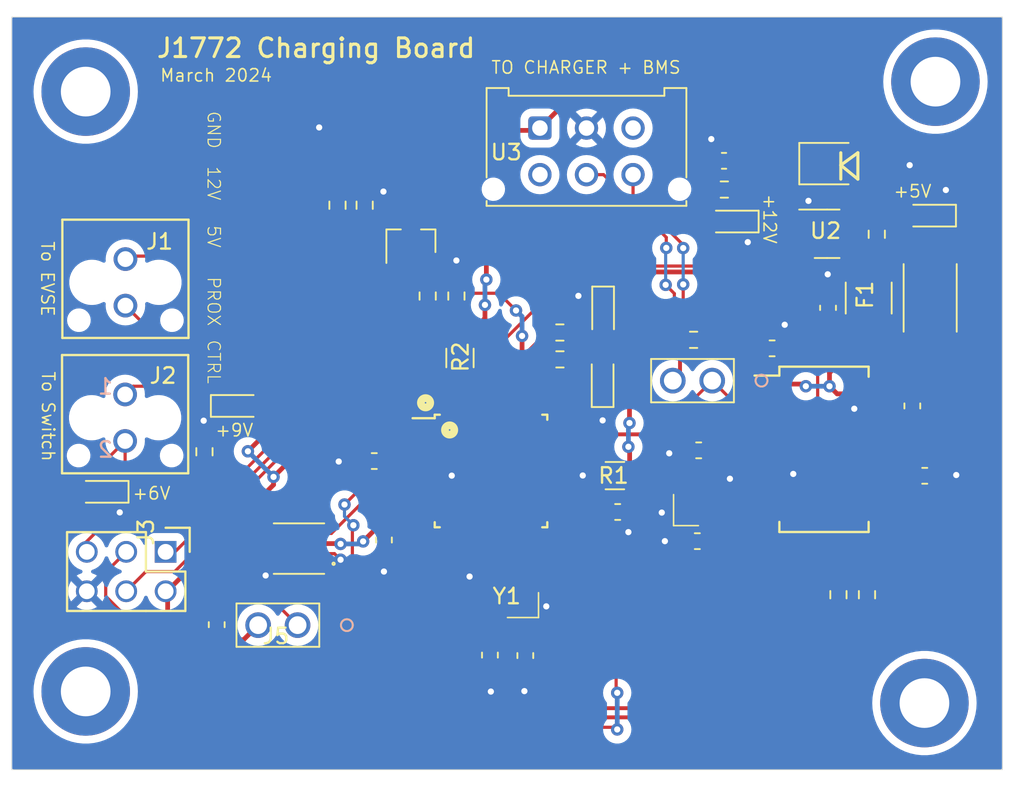
<source format=kicad_pcb>
(kicad_pcb (version 20221018) (generator pcbnew)
  (layers (0 "F.Cu" signal) (31 "B.Cu" signal) (34 "B.Paste" user) (35 "F.Paste" user) (36 "B.SilkS" user "B.Silkscreen") (37 "F.SilkS" user "F.Silkscreen") (38 "B.Mask" user) (39 "F.Mask" user) (44 "Edge.Cuts" user))
  (net 0 "")
  (net 1 "+5V")
  (net 2 "GND")
  (net 3 "Net-(U1-AVCC)")
  (net 4 "Net-(U1-(PCINT26{slash}ADC0{slash}XTAL2)PE2)")
  (net 5 "Net-(U1-(PCINT25{slash}OC0B{slash}XTAL1)PE1)")
  (net 6 "+12V")
  (net 7 "Net-(U2-VO)")
  (net 8 "Net-(D4-A)")
  (net 9 "Net-(D5-A)")
  (net 10 "Net-(D6-A)")
  (net 11 "Net-(D7-A)")
  (net 12 "Net-(F1-Pad2)")
  (net 13 "/proximity_pilot")
  (net 14 "/control_pilot")
  (net 15 "Net-(U4-OSC1)")
  (net 16 "Net-(U4-OSC2)")
  (net 17 "/MISO")
  (net 18 "/SCK")
  (net 19 "/MOSI")
  (net 20 "/RESET")
  (net 21 "Net-(J4-Pin_2)")
  (net 22 "/CAN_+")
  (net 23 "Net-(J5-Pin_2)")
  (net 24 "/CAN_-")
  (net 25 "/EVSE PWM")
  (net 26 "/MISO_CAN")
  (net 27 "/MOSI_CAN")
  (net 28 "Net-(U1-(PCINT3{slash}AMP0-)PB3)")
  (net 29 "Net-(U1-(PCINT4{slash}AMP0+)PB4)")
  (net 31 "/CAN_TX")
  (net 32 "/CAN_RX")
  (net 37 "/CHARGER_CS")
  (net 38 "/CHARGER_RESET")
  (net 40 "/CHARGER_STBY")
  (net 43 "/SCK_CAN")
  (net 49 "/CHARGER_CAN_+")
  (net 50 "/CHARGER_CAN_-")
  (net 52 "Net-(D1-A)")
  (net 53 "Net-(D2-A)")
  (net 54 "Net-(U4-SO)")
  (net 55 "Net-(U4-SI)")
  (net 62 "Net-(U4-TXD)")
  (net 63 "Net-(U4-RXD)")
  (footprint "footprints:pinheader_1x2" (layer "F.Cu") (at 164.15 73.3 180)
    (fp_text reference "J4" hide)
    (fp_text value "CONN_01x02" hide)
  )
  (footprint "footprints:C_0603_1608Metric" (layer "F.Cu") (at 177.84 79.43)
    (fp_text reference "C10" hide)
    (fp_text value "C_0.1uF" hide)
  )
  (footprint "footprints:Test_Point_SMD" (layer "F.Cu") (at 135.67 57.04)
    (fp_text reference "TP5" hide)
    (fp_text value "Test_Point_SMD" hide)
  )
  (footprint "OEM:R_0603" (layer "F.Cu") (at 154.335 70.2)
    (fp_text reference "R20" hide)
    (fp_text value "R_1K" hide)
  )
  (footprint "footprints:C_0603_1608Metric" (layer "F.Cu") (at 177.04 74.93 -90)
    (fp_text reference "C11" hide)
    (fp_text value "C_0.1uF" hide)
  )
  (footprint "OEM:R_0603" (layer "F.Cu") (at 131.44 77.88 90)
    (fp_text reference "R7" hide)
    (fp_text value "R_1.43K" hide)
  )
  (footprint "footprints:MicroFit_V_2" (layer "F.Cu") (at 126.33 74.19 180)
    (fp_text reference "J2")
    (fp_text value "MicroFit_V_2" hide)
  )
  (footprint "OEM:CHIPLED_0805" (layer "F.Cu") (at 178.1 62.67 180)
    (fp_text reference "D5" hide)
    (fp_text value "WHITE" hide)
  )
  (footprint "Resistor_SMD:R_0603_1608Metric" (layer "F.Cu") (at 174.12 87.09 90)
    (fp_text reference "R12" hide)
    (fp_text value "R_500" hide)
  )
  (footprint "OEM:C_0603" (layer "F.Cu") (at 164.91 59.14 180)
    (fp_text reference "C7" hide)
    (fp_text value "C_1uF" hide)
  )
  (footprint "footprints:MicroFit_V_2" (layer "F.Cu") (at 126.35 65.47 180)
    (fp_text reference "J1")
    (fp_text value "MicroFit_V_2" hide)
  )
  (footprint "OEM:CHIPLED_0805" (layer "F.Cu") (at 157.12 68.99 -90)
    (fp_text reference "D7" hide)
    (fp_text value "WHITE" hide)
  )
  (footprint "footprints:R_0805_OEM" (layer "F.Cu") (at 147.9 71.84 -90)
    (fp_text reference "R2")
    (fp_text value "R_10K" hide)
  )
  (footprint "footprints:Fuse_1210" (layer "F.Cu") (at 174.23 67.98 90)
    (fp_text reference "F1")
    (fp_text value "F_500mA_16V" hide)
  )
  (footprint "footprints:Test_Point_SMD" (layer "F.Cu") (at 135.8 71.4)
    (fp_text reference "TP3" hide)
    (fp_text value "TP" hide)
  )
  (footprint "Resistor_SMD:R_2512_6332Metric" (layer "F.Cu") (at 178.19 67.97 90)
    (fp_text reference "R11" hide)
    (fp_text value "R_0_2512" hide)
  )
  (footprint "footprints:DFN8_3x3MC_MCH" (layer "F.Cu") (at 137.53 84.12 180)
    (fp_text reference "U6" hide)
    (fp_text value "MCP2561-E_SN" hide)
  )
  (footprint "footprints:C_0603_1608Metric" (layer "F.Cu") (at 158.06 81.76)
    (fp_text reference "C2" hide)
    (fp_text value "C_100pF" hide)
  )
  (footprint "footprints:Pin_Header_Straight_2x03" (layer "F.Cu") (at 128.94 84.328 -90)
    (fp_text reference "J3")
    (fp_text value "CONN_02x03" hide)
  )
  (footprint "footprints:C_0603_1608Metric" (layer "F.Cu") (at 163.2775 77.79 180)
    (fp_text reference "C13" hide)
    (fp_text value "C_30pF" hide)
  )
  (footprint "OEM:C_0603" (layer "F.Cu") (at 171.61 68.61 90)
    (fp_text reference "C8" hide)
    (fp_text value "C_1uF" hide)
  )
  (footprint "footprints:C_0603_1608Metric" (layer "F.Cu") (at 142.38 78.48 180)
    (fp_text reference "C1" hide)
    (fp_text value "C_0.1uF" hide)
  )
  (footprint "Resistor_SMD:R_0603_1608Metric" (layer "F.Cu") (at 172.28 87.09 90)
    (fp_text reference "R13" hide)
    (fp_text value "R_500" hide)
  )
  (footprint "OEM:R_0603" (layer "F.Cu") (at 140.01 62 -90)
    (fp_text reference "R5" hide)
    (fp_text value "R_330" hide)
  )
  (footprint "footprints:R_0603_1608Metric" (layer "F.Cu") (at 132.23 89.02 90)
    (fp_text reference "R3" hide)
    (fp_text value "R_120" hide)
  )
  (footprint "footprints:Crystal_SMD_FA238" (layer "F.Cu") (at 163.26 80.64 90)
    (fp_text reference "Y2" hide)
    (fp_text value "~" hide)
  )
  (footprint "MountingHole:MountingHole_3.2mm_M3_ISO7380_Pad" (layer "F.Cu") (at 123.79 93.32)
    (fp_text reference "REF**" hide)
    (fp_text value "MountingHole_3.2mm_M3_ISO7380_Pad" hide)
  )
  (footprint "Package_SO:SSOP-28_5.3x10.2mm_P0.65mm" (layer "F.Cu") (at 171.35 77.725)
    (fp_text reference "U4" hide)
    (fp_text value "~")
  )
  (footprint "OEM:CHIPLED_0805" (layer "F.Cu") (at 157.09 73.25 90)
    (fp_text reference "D6" hide)
    (fp_text value "WHITE" hide)
  )
  (footprint "footprints:pinheader_1x2" (layer "F.Cu") (at 137.44 89.05 180)
    (fp_text reference "J5")
    (fp_text value "CONN_01x02" hide)
  )
  (footprint "OEM:CHIPLED_0805" (layer "F.Cu") (at 165.39 63.05 180)
    (fp_text reference "D4" hide)
    (fp_text value "WHITE" hide)
  )
  (footprint "footprints:Test_Point_SMD" (layer "F.Cu") (at 135.88 67.83)
    (fp_text reference "TP2" hide)
    (fp_text value "TP" hide)
  )
  (footprint "footprints:MicroFit_VT_6" (layer "F.Cu") (at 153.05 57.03)
    (fp_text reference "U3")
    (fp_text value "MicroFit_VT_6" hide)
  )
  (footprint "OEM:CHIPLED_0805" (layer "F.Cu") (at 133.604 74.93)
    (fp_text reference "D1" hide)
    (fp_text value "WHITE" hide)
  )
  (footprint "OEM:SOT-23-5" (layer "F.Cu") (at 171.55 63.84)
    (fp_text reference "U2")
    (fp_text value "TLV70450DBVR" hide)
  )
  (footprint "OEM:R_0603" (layer "F.Cu") (at 174.75 63.87 90)
    (fp_text reference "R10" hide)
    (fp_text value "1KR" hide)
  )
  (footprint "OEM:R_0603" (layer "F.Cu") (at 141.76 62 90)
    (fp_text reference "R6" hide)
    (fp_text value "R_2.2K" hide)
  )
  (footprint "footprints:Test_Point_SMD" (layer "F.Cu") (at 135.87 64.16)
    (fp_text reference "TP4" hide)
    (fp_text value "TP" hide)
  )
  (footprint "footprints:TQFP-32_7x7mm_Pitch0.8mm" (layer "F.Cu") (at 149.9 79.12)
    (fp_text reference "U1" hide)
    (fp_text value "ATMEGA16M1" hide)
  )
  (footprint "footprints:Crystal_SMD_FA238" (layer "F.Cu") (at 150.96 86.96 180)
    (fp_text reference "Y1")
    (fp_text value "Crystal_SMD" hide)
  )
  (footprint "Resistor_SMD:R_0603_1608Metric" (layer "F.Cu") (at 162.95 70.67)
    (fp_text reference "R14" hide)
    (fp_text value "R_120" hide)
  )
  (footprint "footprints:C_0603_1608Metric" (layer "F.Cu") (at 149.83 90.98 -90)
    (fp_text reference "C4" hide)
    (fp_text value "C_30pF" hide)
  )
  (footprint "MountingHole:MountingHole_3.2mm_M3_ISO7380_Pad" (layer "F.Cu") (at 177.82 94.07)
    (fp_text reference "REF**" hide)
    (fp_text value "MountingHole_3.2mm_M3_ISO7380_Pad" hide)
  )
  (footprint "OEM:CHIPLED_0805" (layer "F.Cu") (at 124.8 80.46 180)
    (fp_text reference "D2" hide)
    (fp_text value "WHITE" hide)
  )
  (footprint "OEM:R_0603" (layer "F.Cu") (at 164.93 60.99 180)
    (fp_text reference "R4" hide)
    (fp_text value "R_1K" hide)
  )
  (footprint "MountingHole:MountingHole_3.2mm_M3_ISO7380_Pad" (layer "F.Cu") (at 178.53 54.04)
    (fp_text reference "REF**" hide)
    (fp_text value "MountingHole_3.2mm_M3_ISO7380_Pad" hide)
  )
  (footprint "footprints:C_0603_1608Metric" (layer "F.Cu") (at 143.002 83.566 -90)
    (fp_text reference "C5" hide)
    (fp_text value "C_0.1uF" hide)
  )
  (footprint "footprints:Test_Point_SMD" (layer "F.Cu") (at 135.76 60.61)
    (fp_text reference "TP1" hide)
    (fp_text value "TP" hide)
  )
  (footprint "footprints:C_0603_1608Metric" (layer "F.Cu") (at 168.0075 71.22 180)
    (fp_text reference "C9" hide)
    (fp_text value "C_0.1uF" hide)
  )
  (footprint "footprints:C_0603_1608Metric" (layer "F.Cu") (at 152.11 91.01 -90)
    (fp_text reference "C3" hide)
    (fp_text value "C_30pF" hide)
  )
  (footprint "OEM:R_0603" (layer "F.Cu") (at 145.82 67.85 -90)
    (fp_text reference "R8" hide)
    (fp_text value "R_1.91K" hide)
  )
  (footprint "footprints:C_0603_1608Metric" (layer "F.Cu") (at 163.19 83.64)
    (fp_text reference "C12" hide)
    (fp_text value "C_30pF" hide)
  )
  (footprint "footprints:R_0805_OEM" (layer "F.Cu") (at 157.88 79.42 180)
    (fp_text reference "R1")
    (fp_text value "R_100" hide)
  )
  (footprint "OEM:SOT-23F" (layer "F.Cu") (at 144.74 64.32 90)
    (fp_text reference "Q1" hide)
    (fp_text value "SSM3K333R" hide)
  )
  (footprint "OEM:R_0603" (layer "F.Cu") (at 147.67 67.85 90)
    (fp_text reference "R9" hide)
    (fp_text value "R_1K" hide)
  )
  (footprint "MountingHole:MountingHole_3.2mm_M3_ISO7380_Pad" (layer "F.Cu") (at 123.79 54.68)
    (fp_text reference "REF**" hide)
    (fp_text value "MountingHole_3.2mm_M3_ISO7380_Pad" hide)
  )
  (footprint "footprints:DO-214AA" (layer "F.Cu") (at 172.932 59.32)
    (fp_text reference "D3" hide)
    (fp_text value "SMBJ5355B-TP" hide)
  )
  (footprint "OEM:R_0603" (layer "F.Cu") (at 154.34 71.93)
    (fp_text reference "R19" hide)
    (fp_text value "R_1K" hide)
  )
  (gr_rect (start 119.03 49.88) (end 182.84 98.36) (stroke (width 0.05)) (fill none) (layer "Edge.Cuts"))
  (gr_text "12V\n" (at 131.572 59.436 270) (layer "F.SilkS") (effects (font (size 0.8 0.8) (thickness 0.075)) (justify left bottom)))
  (gr_text "+6V" (at 126.746 81.026) (layer "F.SilkS") (effects (font (size 0.8 0.8) (thickness 0.1)) (justify left bottom)))
  (gr_text "CTRL " (at 131.572 70.612 270) (layer "F.SilkS") (effects (font (size 0.8 0.8) (thickness 0.07)) (justify left bottom)))
  (gr_text "To Switch" (at 120.904 72.644 270) (layer "F.SilkS") (effects (font (size 0.8 0.8) (thickness 0.1)) (justify left bottom)))
  (gr_text "+12V" (at 167.386 61.214 270) (layer "F.SilkS") (effects (font (size 0.8 0.8) (thickness 0.1)) (justify left bottom)))
  (gr_text "5V\n" (at 131.572 63.246 270) (layer "F.SilkS") (effects (font (size 0.8 0.8) (thickness 0.075)) (justify left bottom)))
  (gr_text "+5V" (at 175.768 61.57) (layer "F.SilkS") (effects (font (size 0.8 0.8) (thickness 0.1)) (justify left bottom)))
  (gr_text "GND" (at 131.572 55.88 270) (layer "F.SilkS") (effects (font (size 0.8 0.8) (thickness 0.075)) (justify left bottom)))
  (gr_text "PROX" (at 131.572 66.548 270) (layer "F.SilkS") (effects (font (size 0.8 0.8) (thickness 0.075)) (justify left bottom)))
  (gr_text "+9V" (at 132.08 76.962) (layer "F.SilkS") (effects (font (size 0.8 0.8) (thickness 0.1)) (justify left bottom)))
  (gr_text "J1772 Charging Board\n" (at 128.27 52.578) (layer "F.SilkS") (effects (font (size 1.2 1.2) (thickness 0.2) bold) (justify left bottom)))
  (gr_text "March 2024" (at 128.524 54.102) (layer "F.SilkS") (effects (font (size 0.8 0.8) (thickness 0.1)) (justify left bottom)))
  (gr_text "TO CHARGER + BMS" (at 149.86 53.594) (layer "F.SilkS") (effects (font (size 0.8 0.8) (thickness 0.1)) (justify left bottom)))
  (gr_text "To EVSE" (at 120.86 64.262 270) (layer "F.SilkS") (effects (font (size 0.8 0.8) (thickness 0.1)) (justify left bottom)))
  (segment (start 171.704 72.800592) (end 173.572092 70.9325) (width 0.3048) (layer "F.Cu") (net 1))
  (segment (start 167.26 68.66) (end 164.9 66.3) (width 0.3048) (layer "F.Cu") (net 1))
  (segment (start 141.661251 83.657125) (end 142.539876 82.7785) (width 0.3048) (layer "F.Cu") (net 1))
  (segment (start 139.15 91.4) (end 144.018 86.532) (width 0.3048) (layer "F.Cu") (net 1))
  (segment (start 173.12 74.15) (end 172.2 75.07) (width 0.3048) (layer "F.Cu") (net 1))
  (segment (start 135.87 64.16) (end 136.92 63.11) (width 0.3048) (layer "F.Cu") (net 1))
  (segment (start 149.6 66.79) (end 149.6 64.97) (width 0.3048) (layer "F.Cu") (net 1))
  (segment (start 138.9016 83.794999) (end 140.182999 83.794999) (width 0.3048) (layer "F.Cu") (net 1))
  (segment (start 138.46 74.95) (end 142.53 70.88) (width 0.3048) (layer "F.Cu") (net 1))
  (segment (start 173.8 79.35) (end 174.95 79.35) (width 0.3048) (layer "F.Cu") (net 1))
  (segment (start 174.95 79.35) (end 176.9725 79.35) (width 0.3048) (layer "F.Cu") (net 1))
  (segment (start 129.032 86.868) (end 128.94 86.868) (width 0.3048) (layer "F.Cu") (net 1))
  (segment (start 172.194 74.15) (end 174.95 74.15) (width 0.3048) (layer "F.Cu") (net 1))
  (segment (start 167.275 73.055) (end 167.275 70.95) (width 0.3048) (layer "F.Cu") (net 1))
  (segment (start 164.9 66.3) (end 159.25 66.3) (width 0.3048) (layer "F.Cu") (net 1))
  (segment (start 136.92 63.11) (end 138.075 63.11) (width 0.3048) (layer "F.Cu") (net 1))
  (segment (start 174.9575 74.1425) (end 174.95 74.15) (width 0.3048) (layer "F.Cu") (net 1))
  (segment (start 167.26 70.935) (end 167.26 68.66) (width 0.3048) (layer "F.Cu") (net 1))
  (segment (start 143.1675 78.48) (end 145.41 78.48) (width 0.3048) (layer "F.Cu") (net 1))
  (segment (start 149.6 64.97) (end 144.54 59.91) (width 0.3048) (layer "F.Cu") (net 1))
  (segment (start 167.74 73.52) (end 167.275 73.055) (width 0.3048) (layer "F.Cu") (net 1))
  (segment (start 137.912 77.48) (end 142.1675 77.48) (width 0.3048) (layer "F.Cu") (net 1))
  (segment (start 131.49 91.4) (end 139.15 91.4) (width 0.3048) (layer "F.Cu") (net 1))
  (segment (start 171.704 73.66) (end 172.194 74.15) (width 0.3048) (layer "F.Cu") (net 1))
  (segment (start 158.83 77.64) (end 158.75 77.56) (width 0.3048) (layer "F.Cu") (net 1))
  (segment (start 172.2 77.75) (end 173.8 79.35) (width 0.3048) (layer "F.Cu") (net 1))
  (segment (start 140.182999 83.794999) (end 140.208 83.82) (width 0.3048) (layer "F.Cu") (net 1))
  (segment (start 173.572092 70.9325) (end 178.19 70.9325) (width 0.3048) (layer "F.Cu") (net 1))
  (segment (start 135.89 79.502) (end 137.912 77.48) (width 0.3048) (layer "F.Cu") (net 1))
  (segment (start 174.95 74.15) (end 173.12 74.15) (width 0.3048) (layer "F.Cu") (net 1))
  (segment (start 144.018 86.532) (end 144.018 83.7945) (width 0.3048) (layer "F.Cu") (net 1))
  (segment (start 138.075 63.11) (end 140.01 61.175) (width 0.3048) (layer "F.Cu") (net 1))
  (segment (start 144.54 59.91) (end 140.56 59.91) (width 0.3048) (layer "F.Cu") (net 1))
  (segment (start 158.82 66.73) (end 158.82 76.03) (width 0.3048) (layer "F.Cu") (net 1))
  (segment (start 170.18 73.66) (end 170.04 73.52) (width 0.3048) (layer "F.Cu") (net 1))
  (segment (start 147.89 70.88) (end 147.9 70.89) (width 0.3048) (layer "F.Cu") (net 1))
  (segment (start 142.539876 82.7785) (end 143.002 82.7785) (width 0.3048) (layer "F.Cu") (net 1))
  (segment (start 171.704 73.66) (end 171.704 72.800592) (width 0.3048) (layer "F.Cu") (net 1))
  (segment (start 176.9725 79.35) (end 177.0525 79.43) (width 0.3048) (layer "F.Cu") (net 1))
  (segment (start 140.56 59.91) (end 140.01 60.46) (width 0.3048) (layer "F.Cu") (net 1))
  (segment (start 144.018 83.7945) (end 143.002 82.7785) (width 0.3048) (layer "F.Cu") (net 1))
  (segment (start 167.275 70.95) (end 167.26 70.935) (width 0.3048) (layer "F.Cu") (net 1))
  (segment (start 134.239 77.851) (end 137.14 74.95) (width 0.3048) (layer "F.Cu") (net 1))
  (segment (start 137.14 74.95) (end 138.46 74.95) (width 0.3048) (layer "F.Cu") (net 1))
  (segment (start 142.53 70.88) (end 147.89 70.88) (width 0.3048) (layer "F.Cu") (net 1))
  (segment (start 149.51 69.28) (end 147.9 70.89) (width 0.3048) (layer "F.Cu") (net 1))
  (segment (start 135.89 79.502) (end 135.89 80.01) (width 0.3048) (layer "F.Cu") (net 1))
  (segment (start 129.07 88.98) (end 131.49 91.4) (width 0.3048) (layer "F.Cu") (net 1))
  (segment (start 128.94 86.868) (end 129.07 86.998) (width 0.3048) (layer "F.Cu") (net 1))
  (segment (start 140.01 60.46) (end 140.01 61.175) (width 0.3048) (layer "F.Cu") (net 1))
  (segment (start 158.83 79.42) (end 158.83 77.64) (width 0.3048) (layer "F.Cu") (net 1))
  (segment (start 177.04 74.1425) (end 174.9575 74.1425) (width 0.3048) (layer "F.Cu") (net 1))
  (segment (start 145.41 78.48) (end 145.65 78.72) (width 0.3048) (layer "F.Cu") (net 1))
  (segment (start 170.04 73.52) (end 167.74 73.52) (width 0.3048) (layer "F.Cu") (net 1))
  (segment (start 129.07 86.998) (end 129.07 88.98) (width 0.3048) (layer "F.Cu") (net 1))
  (segment (start 135.89 80.01) (end 129.032 86.868) (width 0.3048) (layer "F.Cu") (net 1))
  (segment (start 149.51 68.42) (end 149.51 69.28) (width 0.3048) (layer "F.Cu") (net 1))
  (segment (start 172.2 75.07) (end 172.2 77.75) (width 0.3048) (layer "F.Cu") (net 1))
  (segment (start 142.1675 77.48) (end 143.1675 78.48) (width 0.3048) (layer "F.Cu") (net 1))
  (segment (start 159.25 66.3) (end 158.82 66.73) (width 0.3048) (layer "F.Cu") (net 1))
  (via (at 140.208 83.82) (size 0.8) (drill 0.4) (layers "F.Cu" "B.Cu") (net 1))
  (via (at 149.6 66.79) (size 0.8) (drill 0.4) (layers "F.Cu" "B.Cu") (net 1))
  (via (at 134.239 77.851) (size 0.8) (drill 0.4) (layers "F.Cu" "B.Cu") (net 1))
  (via (at 171.704 73.66) (size 0.8) (drill 0.4) (layers "F.Cu" "B.Cu") (net 1))
  (via (at 158.82 76.03) (size 0.8) (drill 0.4) (layers "F.Cu" "B.Cu") (net 1))
  (via (at 170.18 73.66) (size 0.8) (drill 0.4) (layers "F.Cu" "B.Cu") (net 1))
  (via (at 135.89 79.502) (size 0.8) (drill 0.4) (layers "F.Cu" "B.Cu") (net 1))
  (via (at 141.661251 83.657125) (size 0.8) (drill 0.4) (layers "F.Cu" "B.Cu") (net 1))
  (via (at 158.75 77.56) (size 0.8) (drill 0.4) (layers "F.Cu" "B.Cu") (net 1))
  (via (at 149.51 68.42) (size 0.8) (drill 0.4) (layers "F.Cu" "B.Cu") (net 1))
  (segment (start 141.498376 83.82) (end 141.661251 83.657125) (width 0.3048) (layer "B.Cu") (net 1))
  (segment (start 171.704 73.66) (end 170.18 73.66) (width 0.3048) (layer "B.Cu") (net 1))
  (segment (start 149.51 66.88) (end 149.51 68.42) (width 0.3048) (layer "B.Cu") (net 1))
  (segment (start 140.208 83.82) (end 141.498376 83.82) (width 0.3048) (layer "B.Cu") (net 1))
  (segment (start 158.75 77.56) (end 158.75 76.1) (width 0.3048) (layer "B.Cu") (net 1))
  (segment (start 134.239 77.851) (end 135.89 79.502) (width 0.3048) (layer "B.Cu") (net 1))
  (segment (start 158.75 76.1) (end 158.82 76.03) (width 0.3048) (layer "B.Cu") (net 1))
  (segment (start 149.6 66.79) (end 149.51 66.88) (width 0.3048) (layer "B.Cu") (net 1))
  (segment (start 125.984 81.788) (end 125.984 80.594) (width 0.2032) (layer "F.Cu") (net 2))
  (segment (start 132.34 74.93) (end 131.39 75.88) (width 0.2032) (layer "F.Cu") (net 2))
  (segment (start 164.135 58.7845) (end 164.135 59.14) (width 0.3048) (layer "F.Cu") (net 2))
  (segment (start 165.29 79.62) (end 164.14 79.62) (width 0.2032) (layer "F.Cu") (net 2))
  (segment (start 174.964 59.32) (end 176.77 59.32) (width 0.2032) (layer "F.Cu") (net 2))
  (segment (start 142.97 61.12) (end 141.815 61.12) (width 0.3048) (layer "F.Cu") (net 2))
  (segment (start 135.401399 85.852) (end 136.1584 85.094999) (width 0.2032) (layer "F.Cu") (net 2))
  (segment (start 149.89 92.04) (end 149.83 91.98) (width 0.3048) (layer "F.Cu") (net 2))
  (segment (start 170.35 61.72) (end 170.35 62.8275) (width 0.3048) (layer "F.Cu") (net 2))
  (segment (start 162.4025 83.64) (end 161.1 83.64) (width 0.2032) (layer "F.Cu") (net 2))
  (segment (start 179.2 61.02) (end 179.2 62.62) (width 0.2032) (layer "F.Cu") (net 2))
  (segment (start 170.35 62.8275) (end 170.4125 62.89) (width 0.3048) (layer "F.Cu") (net 2))
  (segment (start 168.82 69.7) (end 168.825 69.705) (width 0.3048) (layer "F.Cu") (net 2))
  (segment (start 155.81 79.41) (end 154.26 79.41) (width 0.3048) (layer "F.Cu") (net 2))
  (segment (start 152.14 87.84) (end 152.06 87.76) (width 0.2032) (layer "F.Cu") (net 2))
  (segment (start 176.1225 74.8) (end 174.95 74.8) (width 0.2032) (layer "F.Cu") (net 2))
  (segment (start 147.37 79.42) (end 145.75 79.42) (width 0.3048) (layer "F.Cu") (net 2))
  (segment (start 160.9 81.8) (end 162.48 81.8) (width 0.3048) (layer "F.Cu") (net 2))
  (segment (start 161.38 77.98) (end 162.2 77.98) (width 0.3048) (layer "F.Cu") (net 2))
  (segment (start 138.83 56.99) (end 138.78 57.04) (width 0.2032) (layer "F.Cu") (net 2))
  (segment (start 174.95 74.8) (end 173.61 74.8) (width 0.2032) (layer "F.Cu") (net 2))
  (segment (start 167.79 79.31) (end 167.75 79.35) (width 0.2032) (layer "F.Cu") (net 2))
  (segment (start 141.815 61.12) (end 141.76 61.175) (width 0.3048) (layer "F.Cu") (net 2))
  (segment (start 154.26 79.41) (end 154.15 79.52) (width 0.3048) (layer "F.Cu") (net 2))
  (segment (start 125.984 80.594) (end 125.85 80.46) (width 0.2032) (layer "F.Cu") (net 2))
  (segment (start 158.75 83.058) (end 158.75 81.8575) (width 0.2032) (layer "F.Cu") (net 2))
  (segment (start 164.14 79.62) (end 164.06 79.54) (width 0.2032) (layer "F.Cu") (net 2))
  (segment (start 171.59 67.815) (end 171.61 67.835) (width 0.2032) (layer "F.Cu") (net 2))
  (segment (start 131.39 75.88) (end 131.44 75.93) (width 0.2032) (layer "F.Cu") (net 2))
  (segment (start 168.825 69.705) (end 168.825 70.95) (width 0.3048) (layer "F.Cu") (net 2))
  (segment (start 177.04 75.7175) (end 176.1225 74.8) (width 0.2032) (layer "F.Cu") (net 2))
  (segment (start 152.05 92.07) (end 152.11 92.01) (width 0.2032) (layer "F.Cu") (net 2))
  (segment (start 169.37 79.31) (end 167.79 79.31) (width 0.2032) (layer "F.Cu") (net 2))
  (segment (start 164.09 57.74) (end 164.09 58.7395) (width 0.3048) (layer "F.Cu") (net 2))
  (segment (start 152.05 93.3) (end 152.05 92.07) (width 0.2032) (layer "F.Cu") (net 2))
  (segment (start 162.48 81.8) (end 162.49 81.81) (width 0.3048) (layer "F.Cu") (net 2))
  (segment (start 140.208 84.836) (end 139.817001 84.445001) (width 0.2032) (layer "F.Cu") (net 2))
  (segment (start 149.89 93.33) (end 149.89 92.04) (width 0.3048) (layer "F.Cu") (net 2))
  (segment (start 145.75 79.42) (end 145.65 79.52) (width 0.3048) (layer "F.Cu") (net 2))
  (segment (start 149.41 85.92) (end 149.65 86.16) (width 0.3048) (layer "F.Cu") (net 2))
  (segment (start 147.67 65.56) (end 147.67 67.025) (width 0.2032) (layer "F.Cu") (net 2))
  (segment (start 135.382 85.852) (end 135.401399 85.852) (width 0.2032) (layer "F.Cu") (net 2))
  (segment (start 132.554 74.93) (end 132.34 74.93) (width 0.2032) (layer "F.Cu") (net 2))
  (segment (start 171.59 66.45) (end 171.59 67.815) (width 0.2032) (layer "F.Cu") (net 2))
  (segment (start 141.35 78.51) (end 141.38 78.48) (width 0.3048) (layer "F.Cu") (net 2))
  (segment (start 173.61 74.8) (end 173.3 75.11) (width 0.2032) (layer "F.Cu") (net 2))
  (segment (start 176.77 59.32) (end 176.87 59.42) (width 0.2032) (layer "F.Cu") (net 2))
  (segment (start 143.002 85.598) (end 143.002 84.3535) (width 0.3048) (layer "F.Cu") (net 2))
  (segment (start 166.44 64.38) (end 166.44 63.05) (width 0.2032) (layer "F.Cu") (net 2))
  (segment (start 162.2 77.98) (end 162.54 77.64) (width 0.3048) (layer "F.Cu") (net 2))
  (segment (start 158.75 81.8575) (end 158.8475 81.76) (width 0.2032) (layer "F.Cu") (net 2))
  (segment (start 131.44 75.93) (end 131.44 77.055) (width 0.2032) (layer "F.Cu") (net 2))
  (segment (start 157.02 67.84) (end 157.12 67.94) (width 0.3048) (layer "F.Cu") (net 2))
  (segment (start 179.87 79.38) (end 178.715 79.38) (width 0.3048) (layer "F.Cu") (net 2))
  (segment (start 138.78 57.04) (end 135.67 57.04) (width 0.2032) (layer "F.Cu") (net 2))
  (segment (start 139.817001 84.445001) (end 138.9016 84.445001) (width 0.2032) (layer "F.Cu") (net 2))
  (segment (start 148.52 85.92) (end 149.41 85.92) (width 0.3048) (layer "F.Cu") (net 2))
  (segment (start 157.09 75.86) (end 157.09 74.3) (width 0.3048) (layer "F.Cu") (net 2))
  (segment (start 153.46 87.84) (end 152.14 87.84) (width 0.2032) (layer "F.Cu") (net 2))
  (segment (start 155.53 67.84) (end 157.02 67.84) (width 0.3048) (layer "F.Cu") (net 2))
  (segment (start 149.65 86.16) (end 149.86 86.16) (width 0.3048) (layer "F.Cu") (net 2))
  (segment (start 140.09 78.51) (end 141.35 78.51) (width 0.3048) (layer "F.Cu") (net 2))
  (segment (start 179.2 62.62) (end 179.15 62.67) (width 0.2032) (layer "F.Cu") (net 2))
  (segment (start 164.09 58.7395) (end 164.135 58.7845) (width 0.3048) (layer "F.Cu") (net 2))
  (via (at 135.382 85.852) (size 0.8) (drill 0.4) (layers "F.Cu" "B.Cu") (net 2))
  (via (at 179.2 61.02) (size 0.8) (drill 0.4) (layers "F.Cu" "B.Cu") (net 2))
  (via (at 148.52 85.92) (size 0.8) (drill 0.4) (layers "F.Cu" "B.Cu") (net 2))
  (via (at 147.67 65.56) (size 0.8) (drill 0.4) (layers "F.Cu" "B.Cu") (net 2))
  (via (at 140.208 84.836) (size 0.8) (drill 0.4) (layers "F.Cu" "B.Cu") (net 2))
  (via (at 142.97 61.12) (size 0.8) (drill 0.4) (layers "F.Cu" "B.Cu") (net 2))
  (via (at 155.81 79.41) (size 0.8) (drill 0.4) (layers "F.Cu" "B.Cu") (net 2))
  (via (at 153.46 87.84) (size 0.8) (drill 0.4) (layers "F.Cu" "B.Cu") (net 2))
  (via (at 164.09 57.74) (size 0.8) (drill 0.4) (layers "F.Cu" "B.Cu") (net 2))
  (via (at 169.37 79.31) (size 0.8) (drill 0.4) (layers "F.Cu" "B.Cu") (net 2))
  (via (at 179.87 79.38) (size 0.8) (drill 0.4) (layers "F.Cu" "B.Cu") (net 2))
  (via (at 160.9 81.8) (size 0.8) (drill 0.4) (layers "F.Cu" "B.Cu") (net 2))
  (via (at 158.75 83.058) (size 0.8) (drill 0.4) (layers "F.Cu" "B.Cu") (net 2))
  (via (at 165.29 79.62) (size 0.8) (drill 0.4) (layers "F.Cu" "B.Cu") (net 2))
  (via (at 173.3 75.11) (size 0.8) (drill 0.4) (layers "F.Cu" "B.Cu") (net 2))
  (via (at 157.09 75.86) (size 0.8) (drill 0.4) (layers "F.Cu" "B.Cu") (net 2))
  (via (at 143.002 85.598) (size 0.8) (drill 0.4) (layers "F.Cu" "B.Cu") (net 2))
  (via (at 171.59 66.45) (size 0.8) (drill 0.4) (layers "F.Cu" "B.Cu") (net 2))
  (via (at 138.83 56.99) (size 0.8) (drill 0.4) (layers "F.Cu" "B.Cu") (net 2))
  (via (at 125.984 81.788) (size 0.8) (drill 0.4) (layers "F.Cu" "B.Cu") (net 2))
  (via (at 161.1 83.64) (size 0.8) (drill 0.4) (layers "F.Cu" "B.Cu") (net 2))
  (via (at 168.82 69.7) (size 0.8) (drill 0.4) (layers "F.Cu" "B.Cu") (net 2))
  (via (at 170.35 61.72) (size 0.8) (drill 0.4) (layers "F.Cu" "B.Cu") (net 2))
  (via (at 147.37 79.42) (size 0.8) (drill 0.4) (layers "F.Cu" "B.Cu") (net 2))
  (via (at 140.09 78.51) (size 0.8) (drill 0.4) (layers "F.Cu" "B.Cu") (net 2))
  (via (at 152.05 93.3) (size 0.8) (drill 0.4) (layers "F.Cu" "B.Cu") (net 2))
  (via (at 166.44 64.38) (size 0.8) (drill 0.4) (layers "F.Cu" "B.Cu") (net 2))
  (via (at 131.39 75.88) (size 0.8) (drill 0.4) (layers "F.Cu" "B.Cu") (net 2))
  (via (at 176.87 59.42) (size 0.8) (drill 0.4) (layers "F.Cu" "B.Cu") (net 2))
  (via (at 155.53 67.84) (size 0.8) (drill 0.4) (layers "F.Cu" "B.Cu") (net 2))
  (via (at 161.38 77.98) (size 0.8) (drill 0.4) (layers "F.Cu" "B.Cu") (net 2))
  (via (at 149.89 93.33) (size 0.8) (drill 0.4) (layers "F.Cu" "B.Cu") (net 2))
  (segment (start 157.06 81.76) (end 157.06 79.55) (width 0.25) (layer "F.Cu") (net 3))
  (segment (start 157.06 79.55) (end 156.93 79.42) (width 0.25) (layer "F.Cu") (net 3))
  (segment (start 156.93 79.42) (end 156.03 80.32) (width 0.25) (layer "F.Cu") (net 3))
  (segment (start 156.03 80.32) (end 154.15 80.32) (width 0.25) (layer "F.Cu") (net 3))
  (segment (start 153.51 90.01) (end 152.11 90.01) (width 0.2032) (layer "F.Cu") (net 4))
  (segment (start 148.7 83.37) (end 148.7 84.21) (width 0.2032) (layer "F.Cu") (net 4))
  (segment (start 154.64 88.88) (end 153.51 90.01) (width 0.2032) (layer "F.Cu") (net 4))
  (segment (start 149.68 85.19) (end 151.09 85.19) (width 0.2032) (layer "F.Cu") (net 4))
  (segment (start 152.06 86.16) (end 153.46 86.16) (width 0.2032) (layer "F.Cu") (net 4))
  (segment (start 153.46 86.16) (end 154.64 87.34) (width 0.2032) (layer "F.Cu") (net 4))
  (segment (start 151.09 85.19) (end 152.06 86.16) (width 0.2032) (layer "F.Cu") (net 4))
  (segment (start 148.7 84.21) (end 149.68 85.19) (width 0.2032) (layer "F.Cu") (net 4))
  (segment (start 154.64 87.34) (end 154.64 88.88) (width 0.2032) (layer "F.Cu") (net 4))
  (segment (start 149.86 87.76) (end 149.86 89.95) (width 0.3048) (layer "F.Cu") (net 5))
  (segment (start 147.82 88.4) (end 149.4 89.98) (width 0.25) (layer "F.Cu") (net 5))
  (segment (start 147.82 83.45) (end 147.82 88.4) (width 0.25) (layer "F.Cu") (net 5))
  (segment (start 149.86 89.95) (end 149.83 89.98) (width 0.3048) (layer "F.Cu") (net 5))
  (segment (start 149.4 89.98) (end 149.83 89.98) (width 0.25) (layer "F.Cu") (net 5))
  (segment (start 147.9 83.37) (end 147.82 83.45) (width 0.25) (layer "F.Cu") (net 5))
  (segment (start 141.33 57.18) (end 137.9 60.61) (width 0.3048) (layer "F.Cu") (net 6))
  (segment (start 165.685 60.92) (end 165.755 60.99) (width 0.3048) (layer "F.Cu") (net 6))
  (segment (start 165.755 60.99) (end 165.755 59.21) (width 0.3048) (layer "F.Cu") (net 6))
  (segment (start 154.73 55.35) (end 153.05 57.03) (width 0.3048) (layer "F.Cu") (net 6))
  (segment (start 165.755 59.21) (end 165.685 59.14) (width 0.3048) (layer "F.Cu") (net 6))
  (segment (start 137.9 60.61) (end 135.76 60.61) (width 0.3048) (layer "F.Cu") (net 6))
  (segment (start 153.05 57.03) (end 152.9 57.18) (width 0.3048) (layer "F.Cu") (net 6))
  (segment (start 165.685 59.14) (end 165.685 56.305) (width 0.3048) (layer "F.Cu") (net 6))
  (segment (start 164.73 55.35) (end 154.73 55.35) (width 0.3048) (layer "F.Cu") (net 6))
  (segment (start 168.98 63.44) (end 168.98 61.24) (width 0.3048) (layer "F.Cu") (net 6))
  (segment (start 169.38 63.84) (end 168.98 63.44) (width 0.3048) (layer "F.Cu") (net 6))
  (segment (start 152.9 57.18) (end 141.33 57.18) (width 0.3048) (layer "F.Cu") (net 6))
  (segment (start 170.72 59.14) (end 170.9 59.32) (width 0.3048) (layer "F.Cu") (net 6))
  (segment (start 165.685 59.14) (end 170.72 59.14) (width 0.3048) (layer "F.Cu") (net 6))
  (segment (start 168.98 61.24) (end 170.9 59.32) (width 0.3048) (layer "F.Cu") (net 6))
  (segment (start 165.685 56.305) (end 164.73 55.35) (width 0.3048) (layer "F.Cu") (net 6))
  (segment (start 170.4125 63.84) (end 169.38 63.84) (width 0.3048) (layer "F.Cu") (net 6))
  (segment (start 170.4125 64.79) (end 170.18 65.0225) (width 0.2032) (layer "F.Cu") (net 7))
  (segment (start 171.725 69.27) (end 174.07 69.27) (width 0.2032) (layer "F.Cu") (net 7))
  (segment (start 170.18 65.0225) (end 170.18 68.68) (width 0.2032) (layer "F.Cu") (net 7))
  (segment (start 171.61 69.385) (end 171.725 69.27) (width 0.2032) (layer "F.Cu") (net 7))
  (segment (start 170.18 68.68) (end 170.885 69.385) (width 0.2032) (layer "F.Cu") (net 7))
  (segment (start 170.885 69.385) (end 171.61 69.385) (width 0.2032) (layer "F.Cu") (net 7))
  (segment (start 174.07 69.27) (end 174.23 69.43) (width 0.2032) (layer "F.Cu") (net 7))
  (segment (start 164.105 60.99) (end 164.105 62.815) (width 0.3048) (layer "F.Cu") (net 8))
  (segment (start 164.105 62.815) (end 164.34 63.05) (width 0.3048) (layer "F.Cu") (net 8))
  (segment (start 176.97 62.75) (end 177.05 62.67) (width 0.2032) (layer "F.Cu") (net 9))
  (segment (start 174.75 63.045) (end 175.045 62.75) (width 0.2032) (layer "F.Cu") (net 9))
  (segment (start 175.045 62.75) (end 176.97 62.75) (width 0.2032) (layer "F.Cu") (net 9))
  (segment (start 155.165 71.93) (end 156.82 71.93) (width 0.25) (layer "F.Cu") (net 10))
  (segment (start 156.82 71.93) (end 157.09 72.2) (width 0.25) (layer "F.Cu") (net 10))
  (segment (start 156.96 70.2) (end 157.12 70.04) (width 0.25) (layer "F.Cu") (net 11))
  (segment (start 155.16 70.2) (end 156.96 70.2) (width 0.25) (layer "F.Cu") (net 11))
  (segment (start 174.77 66.53) (end 174.23 66.53) (width 0.2032) (layer "F.Cu") (net 12))
  (segment (start 178.19 65.0075) (end 176.2925 65.0075) (width 0.2032) (layer "F.Cu") (net 12))
  (segment (start 176.2925 65.0075) (end 174.77 66.53) (width 0.2032) (layer "F.Cu") (net 12))
  (segment (start 174.75 66.01) (end 174.23 66.53) (width 0.2032) (layer "F.Cu") (net 12))
  (segment (start 174.75 64.695) (end 174.75 66.01) (width 0.2032) (layer "F.Cu") (net 12))
  (segment (start 126.35 65.47) (end 126.542 65.278) (width 0.2032) (layer "F.Cu") (net 13))
  (segment (start 135.88 67.83) (end 136.63 67.83) (width 0.2032) (layer "F.Cu") (net 13))
  (segment (start 134.124 67.83) (end 135.88 67.83) (width 0.2032) (layer "F.Cu") (net 13))
  (segment (start 141.705 62.88) (end 141.76 62.825) (width 0.2032) (layer "F.Cu") (net 13))
  (segment (start 130.556 66.04) (end 132.334 66.04) (width 0.2032) (layer "F.Cu") (net 13))
  (segment (start 140.065 62.88) (end 141.705 62.88) (width 0.2032) (layer "F.Cu") (net 13))
  (segment (start 132.334 66.04) (end 134.124 67.83) (width 0.2032) (layer "F.Cu") (net 13))
  (segment (start 140.01 64.45) (end 140.01 62.825) (width 0.2032) (layer "F.Cu") (net 13))
  (segment (start 126.542 65.278) (end 129.794 65.278) (width 0.2032) (layer "F.Cu") (net 13))
  (segment (start 136.63 67.83) (end 140.01 64.45) (width 0.2032) (layer "F.Cu") (net 13))
  (segment (start 140.01 62.825) (end 140.065 62.88) (width 0.2032) (layer "F.Cu") (net 13))
  (segment (start 129.794 65.278) (end 130.556 66.04) (width 0.2032) (layer "F.Cu") (net 13))
  (segment (start 144.74 64.42) (end 143.79 65.37) (width 0.2032) (layer "F.Cu") (net 14))
  (segment (start 128.2408 70.358) (end 126.35 68.4672) (width 0.2032) (layer "F.Cu") (net 14))
  (segment (start 143.79 65.37) (end 143.79 65.71) (width 0.2032) (layer "F.Cu") (net 14))
  (segment (start 134.758 70.358) (end 128.2408 70.358) (width 0.2032) (layer "F.Cu") (net 14))
  (segment (start 143.79 65.71) (end 138.89 70.61) (width 0.2032) (layer "F.Cu") (net 14))
  (segment (start 135.8 71.4) (end 134.758 70.358) (width 0.2032) (layer "F.Cu") (net 14))
  (segment (start 136.59 70.61) (end 135.8 71.4) (width 0.2032) (layer "F.Cu") (net 14))
  (segment (start 144.74 63.27) (end 144.74 64.42) (width 0.2032) (layer "F.Cu") (net 14))
  (segment (start 138.89 70.61) (end 136.59 70.61) (width 0.2032) (layer "F.Cu") (net 14))
  (segment (start 164.91 81.74) (end 164.06 81.74) (width 0.2032) (layer "F.Cu") (net 15))
  (segment (start 167.75 78.7) (end 166.668225 78.7) (width 0.2032) (layer "F.Cu") (net 15))
  (segment (start 166.13 80.52) (end 164.91 81.74) (width 0.2032) (layer "F.Cu") (net 15))
  (segment (start 166.668225 78.7) (end 166.13 79.238225) (width 0.2032) (layer "F.Cu") (net 15))
  (segment (start 163.9775 81.8225) (end 164.06 81.74) (width 0.2032) (layer "F.Cu") (net 15))
  (segment (start 166.13 79.238225) (end 166.13 80.52) (width 0.2032) (layer "F.Cu") (net 15))
  (segment (start 163.9775 83.64) (end 163.9775 81.8225) (width 0.2032) (layer "F.Cu") (net 15))
  (segment (start 164.065 77.79) (end 162.46 79.395) (width 0.2032) (layer "F.Cu") (net 16))
  (segment (start 162.46 79.395) (end 162.46 79.54) (width 0.2032) (layer "F.Cu") (net 16))
  (segment (start 164.325 78.05) (end 167.75 78.05) (width 0.2032) (layer "F.Cu") (net 16))
  (segment (start 164.065 77.79) (end 164.325 78.05) (width 0.2032) (layer "F.Cu") (net 16))
  (segment (start 128.94 84.328) (end 129.54 84.328) (width 0.2032) (layer "F.Cu") (net 17))
  (segment (start 137.548 76.32) (end 145.65 76.32) (width 0.2032) (layer "F.Cu") (net 17))
  (segment (start 129.54 84.328) (end 137.548 76.32) (width 0.2032) (layer "F.Cu") (net 17))
  (segment (start 125.08 85.648) (end 126.4 84.328) (width 0.2032) (layer "F.Cu") (net 18))
  (segment (start 149.8568 84.73) (end 149.5 84.3732) (width 0.2032) (layer "F.Cu") (net 18))
  (segment (start 125.08 87.19) (end 125.08 85.648) (width 0.2032) (layer "F.Cu") (net 18))
  (segment (start 158.03 95.77) (end 157.89 95.63) (width 0.2032) (layer "F.Cu") (net 18))
  (segment (start 158.03 93.41) (end 157.96 93.34) (width 0.2032) (layer "F.Cu") (net 18))
  (segment (start 149.5 84.3732) (end 149.5 83.37) (width 0.2032) (layer "F.Cu") (net 18))
  (segment (start 133.52 95.63) (end 125.08 87.19) (width 0.2032) (layer "F.Cu") (net 18))
  (segment (start 157.96 93.34) (end 157.96 88.02) (width 0.2032) (layer "F.Cu") (net 18))
  (segment (start 157.96 88.02) (end 154.67 84.73) (width 0.2032) (layer "F.Cu") (net 18))
  (segment (start 154.67 84.73) (end 149.8568 84.73) (width 0.2032) (layer "F.Cu") (net 18))
  (segment (start 157.89 95.63) (end 133.52 95.63) (width 0.2032) (layer "F.Cu") (net 18))
  (via (at 158.03 93.41) (size 0.8) (drill 0.4) (layers "F.Cu" "B.Cu") (net 18))
  (via (at 158.03 95.77) (size 0.8) (drill 0.4) (layers "F.Cu" "B.Cu") (net 18))
  (segment (start 158.03 93.41) (end 158.03 95.77) (width 0.3048) (layer "B.Cu") (net 18))
  (segment (start 129.5272 85.598) (end 130.302 84.8232) (width 0.2032) (layer "F.Cu") (net 19))
  (segment (start 127.67 85.598) (end 129.5272 85.598) (width 0.2032) (layer "F.Cu") (net 19))
  (segment (start 130.302 84.8232) (end 130.302 84.201025) (width 0.2032) (layer "F.Cu") (net 19))
  (segment (start 130.302 84.201025) (end 137.541025 76.962) (width 0.2032) (layer "F.Cu") (net 19))
  (segment (start 145.492 76.962) (end 145.65 77.12) (width 0.2032) (layer "F.Cu") (net 19))
  (segment (start 137.541025 76.962) (end 145.492 76.962) (width 0.2032) (layer "F.Cu") (net 19))
  (segment (start 126.4 86.868) (end 127.67 85.598) (width 0.2032) (layer "F.Cu") (net 19))
  (segment (start 123.86 84.328) (end 123.86 83.658) (width 0.2032) (layer "F.Cu") (net 20))
  (segment (start 124.968 82.55) (end 130.556 82.55) (width 0.2032) (layer "F.Cu") (net 20))
  (segment (start 137.396 75.71) (end 138.79 75.71) (width 0.2032) (layer "F.Cu") (net 20))
  (segment (start 141.71 72.79) (end 147.9 72.79) (width 0.2032) (layer "F.Cu") (net 20))
  (segment (start 138.79 75.71) (end 141.71 72.79) (width 0.2032) (layer "F.Cu") (net 20))
  (segment (start 130.556 82.55) (end 137.396 75.71) (width 0.2032) (layer "F.Cu") (net 20))
  (segment (start 147.9 72.79) (end 147.9 74.87) (width 0.3048) (layer "F.Cu") (net 20))
  (segment (start 123.86 83.658) (end 124.968 82.55) (width 0.2032) (layer "F.Cu") (net 20))
  (segment (start 162.075 72.835) (end 161.61 73.3) (width 0.25) (layer "F.Cu") (net 21))
  (segment (start 162.075 70.74) (end 162.075 72.835) (width 0.25) (layer "F.Cu") (net 21))
  (segment (start 134.62 86.23) (end 137.44 89.05) (width 0.2032) (layer "F.Cu") (net 22))
  (segment (start 135.445 84.445001) (end 134.62 85.270001) (width 0.2032) (layer "F.Cu") (net 22))
  (segment (start 134.62 85.270001) (end 134.62 86.23) (width 0.2032) (layer "F.Cu") (net 22))
  (segment (start 136.1584 84.445001) (end 135.445 84.445001) (width 0.2032) (layer "F.Cu") (net 22))
  (segment (start 132.4125 89.99) (end 132.23 89.8075) (width 0.3048) (layer "F.Cu") (net 23))
  (segment (start 134.9 89.05) (end 133.96 89.99) (width 0.3048) (layer "F.Cu") (net 23))
  (segment (start 133.96 89.99) (end 132.4125 89.99) (width 0.3048) (layer "F.Cu") (net 23))
  (segment (start 132.23 87.088399) (end 135.5234 83.794999) (width 0.2032) (layer "F.Cu") (net 24))
  (segment (start 135.5234 83.794999) (end 136.1584 83.794999) (width 0.2032) (layer "F.Cu") (net 24))
  (segment (start 132.23 88.2325) (end 132.23 87.088399) (width 0.2032) (layer "F.Cu") (net 24))
  (segment (start 148.675 67.67) (end 150.4 67.67) (width 0.2032) (layer "F.Cu") (net 25))
  (segment (start 152.01 70.31) (end 151.9 70.42) (width 0.3048) (layer "F.Cu") (net 25))
  (segment (start 145.82 68.675) (end 147.67 68.675) (width 0.2032) (layer "F.Cu") (net 25))
  (segment (start 147.67 68.675) (end 148.675 67.67) (width 0.2032) (layer "F.Cu") (net 25))
  (segment (start 150.4 67.67) (end 151.51 68.78) (width 0.2032) (layer "F.Cu") (net 25))
  (segment (start 151.9 70.42) (end 151.9 74.87) (width 0.3048) (layer "F.Cu") (net 25))
  (via (at 151.51 68.78) (size 0.8) (drill 0.4) (layers "F.Cu" "B.Cu") (net 25))
  (via (at 151.9 70.42) (size 0.8) (drill 0.4) (layers "F.Cu" "B.Cu") (net 25))
  (segment (start 151.9 69.17) (end 151.51 68.78) (width 0.3048) (layer "B.Cu") (net 25))
  (segment (start 151.9 70.42) (end 151.9 69.17) (width 0.3048) (layer "B.Cu") (net 25))
  (segment (start 149.19 94.99) (end 168.94 94.99) (width 0.25) (layer "F.Cu") (net 26))
  (segment (start 174.08 89.85) (end 174.08 87.975) (width 0.25) (layer "F.Cu") (net 26))
  (segment (start 145.65 91.45) (end 149.19 94.99) (width 0.25) (layer "F.Cu") (net 26))
  (segment (start 168.94 94.99) (end 174.08 89.85) (width 0.25) (layer "F.Cu") (net 26))
  (segment (start 145.65 81.92) (end 145.65 91.45) (width 0.25) (layer "F.Cu") (net 26))
  (segment (start 147.1 83.37) (end 146.45 84.02) (width 0.25) (layer "F.Cu") (net 27))
  (segment (start 146.45 91.28) (end 149.57 94.4) (width 0.25) (layer "F.Cu") (net 27))
  (segment (start 146.45 84.02) (end 146.45 91.28) (width 0.25) (layer "F.Cu") (net 27))
  (segment (start 149.57 94.4) (end 168.62 94.4) (width 0.25) (layer "F.Cu") (net 27))
  (segment (start 168.62 94.4) (end 172.19 90.83) (width 0.25) (layer "F.Cu") (net 27))
  (segment (start 172.19 90.83) (end 172.19 87.975) (width 0.25) (layer "F.Cu") (net 27))
  (segment (start 155.6 74.72) (end 153.515 72.635) (width 0.25) (layer "F.Cu") (net 28))
  (segment (start 154.15 77.12) (end 155.2 77.12) (width 0.25) (layer "F.Cu") (net 28))
  (segment (start 155.2 77.12) (end 155.6 76.72) (width 0.25) (layer "F.Cu") (net 28))
  (segment (start 153.515 72.635) (end 153.515 71.93) (width 0.25) (layer "F.Cu") (net 28))
  (segment (start 155.6 76.72) (end 155.6 74.72) (width 0.25) (layer "F.Cu") (net 28))
  (segment (start 152.42 72.58) (end 152.42 71.29) (width 0.25) (layer "F.Cu") (net 29))
  (segment (start 154.15 76.32) (end 154.15 74.31) (width 0.25) (layer "F.Cu") (net 29))
  (segment (start 152.42 71.29) (end 153.51 70.2) (width 0.25) (layer "F.Cu") (net 29))
  (segment (start 154.15 74.31) (end 152.42 72.58) (width 0.25) (layer "F.Cu") (net 29))
  (segment (start 140.97 82.676976) (end 140.97 85.09) (width 0.2032) (layer "F.Cu") (net 31))
  (segment (start 140.97 85.09) (end 140.462 85.598) (width 0.2032) (layer "F.Cu") (net 31))
  (segment (start 145.65 80.32) (end 145.452 80.518) (width 0.2032) (layer "F.Cu") (net 31))
  (segment (start 145.452 80.518) (end 141.224 80.518) (width 0.2032) (layer "F.Cu") (net 31))
  (segment (start 139.404601 85.598) (end 138.9016 85.094999) (width 0.2032) (layer "F.Cu") (net 31))
  (segment (start 140.462 85.598) (end 139.404601 85.598) (width 0.2032) (layer "F.Cu") (net 31))
  (segment (start 141.033488 82.613488) (end 140.97 82.676976) (width 0.2032) (layer "F.Cu") (net 31))
  (segment (start 141.224 80.518) (end 140.462 81.28) (width 0.2032) (layer "F.Cu") (net 31))
  (via (at 141.033488 82.613488) (size 0.8) (drill 0.4) (layers "F.Cu" "B.Cu") (net 31))
  (via (at 140.462 81.28) (size 0.8) (drill 0.4) (layers "F.Cu" "B.Cu") (net 31))
  (segment (start 140.462 81.28) (end 140.462 82.042) (width 0.2032) (layer "B.Cu") (net 31))
  (segment (start 140.462 82.042) (end 141.033488 82.613488) (width 0.2032) (layer "B.Cu") (net 31))
  (segment (start 139.612999 83.145001) (end 138.9016 83.145001) (width 0.2032) (layer "F.Cu") (net 32))
  (segment (start 141.9098 80.8482) (end 139.612999 83.145001) (width 0.2032) (layer "F.Cu") (net 32))
  (segment (start 145.3782 80.8482) (end 141.9098 80.8482) (width 0.2032) (layer "F.Cu") (net 32))
  (segment (start 145.65 81.12) (end 145.3782 80.8482) (width 0.2032) (layer "F.Cu") (net 32))
  (segment (start 157.49 86.37) (end 154.15 83.03) (width 0.25) (layer "F.Cu") (net 37))
  (segment (start 173.18 81.305) (end 173.18 83.04) (width 0.25) (layer "F.Cu") (net 37))
  (segment (start 154.15 83.03) (end 154.15 81.92) (width 0.25) (layer "F.Cu") (net 37))
  (segment (start 174.94 80.67) (end 173.815 80.67) (width 0.25) (layer "F.Cu") (net 37))
  (segment (start 169.85 86.37) (end 157.49 86.37) (width 0.25) (layer "F.Cu") (net 37))
  (segment (start 173.18 83.04) (end 169.85 86.37) (width 0.25) (layer "F.Cu") (net 37))
  (segment (start 173.815 80.67) (end 173.18 81.305) (width 0.25) (layer "F.Cu") (net 37))
  (segment (start 155.69 81.47) (end 155.69 83.34) (width 0.25) (layer "F.Cu") (net 38))
  (segment (start 172.27 81.19) (end 173.44 80.02) (width 0.25) (layer "F.Cu") (net 38))
  (segment (start 173.44 80.02) (end 174.94 80.02) (width 0.25) (layer "F.Cu") (net 38))
  (segment (start 155.34 81.12) (end 155.69 81.47) (width 0.25) (layer "F.Cu") (net 38))
  (segment (start 157.76 85.41) (end 169.52 85.41) (width 0.25) (layer "F.Cu") (net 38))
  (segment (start 154.15 81.12) (end 155.34 81.12) (width 0.25) (layer "F.Cu") (net 38))
  (segment (start 172.27 82.66) (end 172.27 81.19) (width 0.25) (layer "F.Cu") (net 38))
  (segment (start 155.69 83.34) (end 157.76 85.41) (width 0.25) (layer "F.Cu") (net 38))
  (segment (start 169.52 85.41) (end 172.27 82.66) (width 0.25) (layer "F.Cu") (net 38))
  (segment (start 154.15 77.92) (end 155.39 77.92) (width 0.25) (layer "F.Cu") (net 40))
  (segment (start 160.59 76.76) (end 161.23 76.12) (width 0.25) (layer "F.Cu") (net 40))
  (segment (start 155.39 77.92) (end 156.55 76.76) (width 0.25) (layer "F.Cu") (net 40))
  (segment (start 161.23 76.12) (end 167.74 76.12) (width 0.25) (layer "F.Cu") (net 40))
  (segment (start 156.55 76.76) (end 160.59 76.76) (width 0.25) (layer "F.Cu") (net 40))
  (segment (start 150.3 71.131025) (end 155.512025 65.919) (width 0.2032) (layer "F.Cu") (net 43))
  (segment (start 155.512025 65.919) (end 165.995 65.919) (width 0.2032) (layer "F.Cu") (net 43))
  (segment (start 168.748 81.95) (end 167.75 81.95) (width 0.2032) (layer "F.Cu") (net 43))
  (segment (start 170.942 79.756) (end 168.748 81.95) (width 0.2032) (layer "F.Cu") (net 43))
  (segment (start 170.942 70.866) (end 170.942 79.756) (width 0.2032) (layer "F.Cu") (net 43))
  (segment (start 150.3 74.87) (end 150.3 71.131025) (width 0.2032) (layer "F.Cu") (net 43))
  (segment (start 165.995 65.919) (end 170.942 70.866) (width 0.2032) (layer "F.Cu") (net 43))
  (segment (start 159.73 75.06) (end 159.98 75.31) (width 0.2) (layer "F.Cu") (net 49))
  (segment (start 167.74 75.47) (end 166.32 75.47) (width 0.2) (layer "F.Cu") (net 49))
  (segment (start 159.98 75.31) (end 162.14 75.31) (width 0.2) (layer "F.Cu") (net 49))
  (segment (start 161.15 67.13) (end 161.71 67.69) (width 0.2) (layer "F.Cu") (net 49))
  (segment (start 157.15 60.03) (end 156.05 60.03) (width 0.2032) (layer "F.Cu") (net 49))
  (segment (start 161.19 64.75) (end 161.19 64.07) (width 0.2032) (layer "F.Cu") (net 49))
  (segment (start 161.19 64.07) (end 157.15 60.03) (width 0.2032) (layer "F.Cu") (net 49))
  (segment (start 161.71 67.69) (end 161.71 69.14) (width 0.2) (layer "F.Cu") (net 49))
  (segment (start 159.73 71.12) (end 159.73 75.06) (width 0.2) (layer "F.Cu") (net 49))
  (segment (start 162.14 75.31) (end 164.15 73.3) (width 0.2) (layer "F.Cu") (net 49))
  (segment (start 166.32 75.47) (end 164.15 73.3) (width 0.2) (layer "F.Cu") (net 49))
  (segment (start 161.71 69.14) (end 159.73 71.12) (width 0.2) (layer "F.Cu") (net 49))
  (via (at 161.19 64.75) (size 0.8) (drill 0.4) (layers "F.Cu" "B.Cu") (net 49))
  (via (at 161.15 67.13) (size 0.8) (drill 0.4) (layers "F.Cu" "B.Cu") (net 49))
  (segment (start 161.15 64.79) (end 161.19 64.75) (width 0.2) (layer "B.Cu") (net 49))
  (segment (start 161.15 67.13) (end 161.15 64.79) (width 0.2) (layer "B.Cu") (net 49))
  (segment (start 165.97 74.0982) (end 166.6718 74.8) (width 0.2032) (layer "F.Cu") (net 50))
  (segment (start 165.97 71.228) (end 165.97 74.0982) (width 0.2032) (layer "F.Cu") (net 50))
  (segment (start 163.775 70.615) (end 162.28 69.12) (width 0.2032) (layer "F.Cu") (net 50))
  (segment (start 162.28 69.12) (end 162.28 67.1) (width 0.2032) (layer "F.Cu") (net 50))
  (segment (start 166.6718 74.8) (end 167.75 74.8) (width 0.2032) (layer "F.Cu") (net 50))
  (segment (start 162.28 64.56) (end 159.05 61.33) (width 0.2032) (layer "F.Cu") (net 50))
  (segment (start 159.05 61.33) (end 159.05 60.03) (width 0.2032) (layer "F.Cu") (net 50))
  (segment (start 163.775 70.67) (end 165.412 70.67) (width 0.2032) (layer "F.Cu") (net 50))
  (segment (start 163.775 70.67) (end 163.775 70.615) (width 0.2032) (layer "F.Cu") (net 50))
  (segment (start 165.412 70.67) (end 165.97 71.228) (width 0.2032) (layer "F.Cu") (net 50))
  (segment (start 162.28 64.76) (end 162.28 64.56) (width 0.2032) (layer "F.Cu") (net 50))
  (via (at 162.28 67.1) (size 0.8) (drill 0.4) (layers "F.Cu" "B.Cu") (net 50))
  (via (at 162.28 64.76) (size 0.8) (drill 0.4) (layers "F.Cu" "B.Cu") (net 50))
  (segment (start 162.28 67.1) (end 162.28 64.76) (width 0.2032) (layer "B.Cu") (net 50))
  (segment (start 137.16 73.406) (end 139.164 73.406) (width 0.2032) (layer "F.Cu") (net 52))
  (segment (start 126.86 73.66) (end 136.906 73.66) (width 0.2032) (layer "F.Cu") (net 52))
  (segment (start 134.654 74.93) (end 135.636 74.93) (width 0.2032) (layer "F.Cu") (net 52))
  (segment (start 145.545 67.025) (end 145.82 67.025) (width 0.2032) (layer "F.Cu") (net 52))
  (segment (start 145.69 65.37) (end 145.69 66.895) (width 0.2032) (layer "F.Cu") (net 52))
  (segment (start 135.636 74.93) (end 137.16 73.406) (width 0.2032) (layer "F.Cu") (net 52))
  (segment (start 139.164 73.406) (end 145.545 67.025) (width 0.2032) (layer "F.Cu") (net 52))
  (segment (start 136.906 73.66) (end 137.16 73.406) (width 0.2032) (layer "F.Cu") (net 52))
  (segment (start 126.33 74.19) (end 126.86 73.66) (width 0.2032) (layer "F.Cu") (net 52))
  (segment (start 145.69 66.895) (end 145.82 67.025) (width 0.2032) (layer "F.Cu") (net 52))
  (segment (start 131.335 78.705) (end 130.26 79.78) (width 0.2032) (layer "F.Cu") (net 53))
  (segment (start 131.44 78.705) (end 131.335 78.705) (width 0.2032) (layer "F.Cu") (net 53))
  (segment (start 130.26 79.78) (end 127.51 79.78) (width 0.2032) (layer "F.Cu") (net 53))
  (segment (start 126.33 78.6) (end 126.33 77.1872) (width 0.2032) (layer "F.Cu") (net 53))
  (segment (start 127.51 79.78) (end 126.33 78.6) (width 0.2032) (layer "F.Cu") (net 53))
  (segment (start 123.75 80.46) (end 123.75 79.7672) (width 0.2032) (layer "F.Cu") (net 53))
  (segment (start 123.75 79.7672) (end 126.33 77.1872) (width 0.2032) (layer "F.Cu") (net 53))
  (segment (start 176.5 81.755) (end 176.5 83.905) (width 0.25) (layer "F.Cu") (net 54))
  (segment (start 176.065 81.32) (end 176.5 81.755) (width 0.25) (layer "F.Cu") (net 54))
  (segment (start 176.5 83.905) (end 174.08 86.325) (width 0.25) (layer "F.Cu") (net 54))
  (segment (start 174.94 81.32) (end 176.065 81.32) (width 0.25) (layer "F.Cu") (net 54))
  (segment (start 174.94 83.575) (end 172.19 86.325) (width 0.25) (layer "F.Cu") (net 55))
  (segment (start 174.94 81.97) (end 174.94 83.575) (width 0.25) (layer "F.Cu") (net 55))
  (segment (start 173.39 76.545) (end 173.815 76.12) (width 0.25) (layer "F.Cu") (net 62))
  (segment (start 173.39 78.295) (end 173.39 76.545) (width 0.25) (layer "F.Cu") (net 62))
  (segment (start 173.815 76.12) (end 174.94 76.12) (width 0.25) (layer "F.Cu") (net 62))
  (segment (start 173.815 78.72) (end 173.39 78.295) (width 0.25) (layer "F.Cu") (net 62))
  (segment (start 174.94 78.72) (end 173.815 78.72) (width 0.25) (layer "F.Cu") (net 62))
  (segment (start 178.15 77.18) (end 178.15 73.54) (width 0.25) (layer "F.Cu") (net 63))
  (segment (start 177.6 72.99) (end 175.47 72.99) (width 0.25) (layer "F.Cu") (net 63))
  (segment (start 177.26 78.07) (end 178.15 77.18) (width 0.25) (layer "F.Cu") (net 63))
  (segment (start 178.15 73.54) (end 177.6 72.99) (width 0.25) (layer "F.Cu") (net 63))
  (segment (start 175.47 72.99) (end 174.94 73.52) (width 0.25) (layer "F.Cu") (net 63))
  (segment (start 174.94 78.07) (end 177.26 78.07) (width 0.25) (layer "F.Cu") (net 63))
  (zone (net 2) (net_name "GND") (layer "B.Cu") (connect_pads (clearance 0.508)) (min_thickness 0.25) (fill yes (thermal_gap 0.5) (thermal_bridge_width 0.5))
    (polygon (pts (xy 183.79 48.78) (xy 118.39 48.78) (xy 118.27 98.89) (xy 184.25 99.49)))
  )
)
</source>
